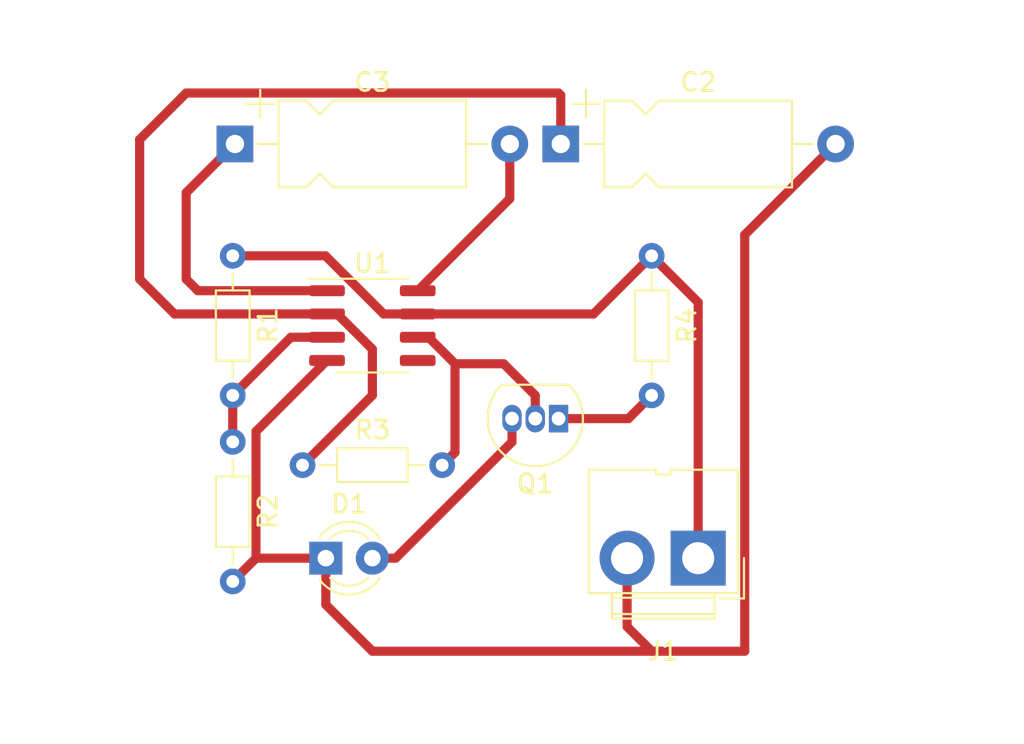
<source format=kicad_pcb>
(kicad_pcb (version 20211014) (generator pcbnew)
  (layers (0 "F.Cu" signal) (31 "B.Cu" signal) (34 "B.Paste" user) (35 "F.Paste" user) (36 "B.SilkS" user "B.Silkscreen") (37 "F.SilkS" user "F.Silkscreen") (38 "B.Mask" user) (39 "F.Mask" user) (44 "Edge.Cuts" user))
  (net 0 "")
  (net 1 "Net-(C1-Pad2)")
  (net 2 "Net-(C2-Pad2)")
  (net 3 "Net-(C3-Pad1)")
  (net 4 "Net-(C3-Pad2)")
  (net 5 "Net-(D1-Pad2)")
  (net 6 "Net-(J1-Pad1)")
  (net 7 "Net-(Q1-Pad1)")
  (net 8 "Net-(Q1-Pad2)")
  (net 9 "Net-(C1-Pad1)")
  (footprint "Capacitor_THT:CP_Axial_L10.0mm_D4.5mm_P15.00mm_Horizontal" (layer "F.Cu") (at 129.66 81.5225)
    (fp_text reference "C3" (at 7.5 -3.37) (layer "F.SilkS"))
    (fp_text value "47pF")
    (fp_line (start 1.38 -2.95) (end 1.38 -1.45) (layer "F.SilkS") (width 0.12))
    (fp_line (start 1.24 0) (end 2.38 0) (layer "F.SilkS") (width 0.12))
    (fp_line (start 2.38 2.37) (end 3.88 2.37) (layer "F.SilkS") (width 0.12))
    (fp_line (start 2.38 -2.37) (end 2.38 2.37) (layer "F.SilkS") (width 0.12))
    (fp_line (start 3.88 2.37) (end 4.63 1.62) (layer "F.SilkS") (width 0.12))
    (fp_line (start 3.88 -2.37) (end 4.63 -1.62) (layer "F.SilkS") (width 0.12))
    (fp_line (start 12.62 -2.37) (end 12.62 2.37) (layer "F.SilkS") (width 0.12))
    (fp_line (start 5.38 -2.37) (end 12.62 -2.37) (layer "F.SilkS") (width 0.12))
    (fp_line (start 5.38 2.37) (end 12.62 2.37) (layer "F.SilkS") (width 0.12))
    (fp_line (start 4.63 1.62) (end 5.38 2.37) (layer "F.SilkS") (width 0.12))
    (fp_line (start 13.76 0) (end 12.62 0) (layer "F.SilkS") (width 0.12))
    (fp_line (start 2.38 -2.37) (end 3.88 -2.37) (layer "F.SilkS") (width 0.12))
    (fp_line (start 0.63 -2.2) (end 2.13 -2.2) (layer "F.SilkS") (width 0.12))
    (fp_line (start 4.63 -1.62) (end 5.38 -2.37) (layer "F.SilkS") (width 0.12))
    (pad "1" thru_hole rect (at 0 0) (size 2 2) (drill 1) (layers *.Cu *.Mask) (net 3 "Net-(C3-Pad1)"))
    (pad "2" thru_hole oval (at 15 0) (size 2 2) (drill 1) (layers *.Cu *.Mask) (net 4 "Net-(C3-Pad2)"))
  )
  (footprint "Resistor_THT:R_Axial_DIN0204_L3.6mm_D1.6mm_P7.62mm_Horizontal" (layer "F.Cu") (at 129.54 97.79 -90)
    (fp_text reference "R2" (at 3.81 -1.92 90) (layer "F.SilkS"))
    (fp_text value "100k")
    (fp_line (start 5.73 -0.92) (end 1.89 -0.92) (layer "F.SilkS") (width 0.12))
    (fp_line (start 6.68 0) (end 5.73 0) (layer "F.SilkS") (width 0.12))
    (fp_line (start 5.73 0.92) (end 5.73 -0.92) (layer "F.SilkS") (width 0.12))
    (fp_line (start 0.94 0) (end 1.89 0) (layer "F.SilkS") (width 0.12))
    (fp_line (start 1.89 -0.92) (end 1.89 0.92) (layer "F.SilkS") (width 0.12))
    (fp_line (start 1.89 0.92) (end 5.73 0.92) (layer "F.SilkS") (width 0.12))
    (pad "1" thru_hole circle (at 0 0 270) (size 1.4 1.4) (drill 0.7) (layers *.Cu *.Mask) (net 9 "Net-(C1-Pad1)"))
    (pad "2" thru_hole oval (at 7.62 0 270) (size 1.4 1.4) (drill 0.7) (layers *.Cu *.Mask) (net 2 "Net-(C2-Pad2)"))
  )
  (footprint "Resistor_THT:R_Axial_DIN0204_L3.6mm_D1.6mm_P7.62mm_Horizontal" (layer "F.Cu") (at 129.54 87.63 -90)
    (fp_text reference "R1" (at 3.81 -1.92 90) (layer "F.SilkS"))
    (fp_text value "2.2M")
    (fp_line (start 0.94 0) (end 1.89 0) (layer "F.SilkS") (width 0.12))
    (fp_line (start 1.89 0.92) (end 5.73 0.92) (layer "F.SilkS") (width 0.12))
    (fp_line (start 5.73 -0.92) (end 1.89 -0.92) (layer "F.SilkS") (width 0.12))
    (fp_line (start 6.68 0) (end 5.73 0) (layer "F.SilkS") (width 0.12))
    (fp_line (start 1.89 -0.92) (end 1.89 0.92) (layer "F.SilkS") (width 0.12))
    (fp_line (start 5.73 0.92) (end 5.73 -0.92) (layer "F.SilkS") (width 0.12))
    (pad "1" thru_hole circle (at 0 0 270) (size 1.4 1.4) (drill 0.7) (layers *.Cu *.Mask) (net 6 "Net-(J1-Pad1)"))
    (pad "2" thru_hole oval (at 7.62 0 270) (size 1.4 1.4) (drill 0.7) (layers *.Cu *.Mask) (net 9 "Net-(C1-Pad1)"))
  )
  (footprint "Resistor_THT:R_Axial_DIN0204_L3.6mm_D1.6mm_P7.62mm_Horizontal" (layer "F.Cu") (at 152.4 87.63 -90)
    (fp_text reference "R4" (at 3.81 -1.92 90) (layer "F.SilkS"))
    (fp_text value "1k")
    (fp_line (start 0.94 0) (end 1.89 0) (layer "F.SilkS") (width 0.12))
    (fp_line (start 5.73 0.92) (end 5.73 -0.92) (layer "F.SilkS") (width 0.12))
    (fp_line (start 1.89 0.92) (end 5.73 0.92) (layer "F.SilkS") (width 0.12))
    (fp_line (start 5.73 -0.92) (end 1.89 -0.92) (layer "F.SilkS") (width 0.12))
    (fp_line (start 6.68 0) (end 5.73 0) (layer "F.SilkS") (width 0.12))
    (fp_line (start 1.89 -0.92) (end 1.89 0.92) (layer "F.SilkS") (width 0.12))
    (pad "1" thru_hole circle (at 0 0 270) (size 1.4 1.4) (drill 0.7) (layers *.Cu *.Mask) (net 6 "Net-(J1-Pad1)"))
    (pad "2" thru_hole oval (at 7.62 0 270) (size 1.4 1.4) (drill 0.7) (layers *.Cu *.Mask) (net 7 "Net-(Q1-Pad1)"))
  )
  (footprint "Package_SO:SOIC-8_3.9x4.9mm_P1.27mm" (layer "F.Cu") (at 137.16 91.44)
    (fp_text reference "U1" (at 0 -3.4) (layer "F.SilkS"))
    (fp_text value "CA3130")
    (fp_line (start 0 -2.56) (end -3.45 -2.56) (layer "F.SilkS") (width 0.12))
    (fp_line (start 0 2.56) (end 1.95 2.56) (layer "F.SilkS") (width 0.12))
    (fp_line (start 0 2.56) (end -1.95 2.56) (layer "F.SilkS") (width 0.12))
    (fp_line (start 0 -2.56) (end 1.95 -2.56) (layer "F.SilkS") (width 0.12))
    (pad "1" smd roundrect (at -2.475 -1.905) (size 1.95 0.6) (layers "F.Cu" "F.Paste" "F.Mask") (net 3 "Net-(C3-Pad1)"))
    (pad "2" smd roundrect (at -2.475 -0.635) (size 1.95 0.6) (layers "F.Cu" "F.Paste" "F.Mask") (net 1 "Net-(C1-Pad2)"))
    (pad "3" smd roundrect (at -2.475 0.635) (size 1.95 0.6) (layers "F.Cu" "F.Paste" "F.Mask") (net 9 "Net-(C1-Pad1)"))
    (pad "4" smd roundrect (at -2.475 1.905) (size 1.95 0.6) (layers "F.Cu" "F.Paste" "F.Mask") (net 2 "Net-(C2-Pad2)"))
    (pad "5" smd roundrect (at 2.475 1.905) (size 1.95 0.6) (layers "F.Cu" "F.Paste" "F.Mask"))
    (pad "6" smd roundrect (at 2.475 0.635) (size 1.95 0.6) (layers "F.Cu" "F.Paste" "F.Mask") (net 8 "Net-(Q1-Pad2)"))
    (pad "7" smd roundrect (at 2.475 -0.635) (size 1.95 0.6) (layers "F.Cu" "F.Paste" "F.Mask") (net 6 "Net-(J1-Pad1)"))
    (pad "8" smd roundrect (at 2.475 -1.905) (size 1.95 0.6) (layers "F.Cu" "F.Paste" "F.Mask") (net 4 "Net-(C3-Pad2)"))
  )
  (footprint "Package_TO_SOT_THT:TO-92_Inline" (layer "F.Cu") (at 147.32 96.52 180)
    (fp_text reference "Q1" (at 1.27 -3.56) (layer "F.SilkS"))
    (fp_text value "BC548")
    (fp_line (start -0.53 1.85) (end 3.07 1.85) (layer "F.SilkS") (width 0.12))
    (fp_arc (start 1.27 -2.6) (mid 3.672087 -0.994977) (end 3.108478 1.838478) (layer "F.SilkS") (width 0.12))
    (fp_arc (start -0.568478 1.838478) (mid -1.132087 -0.994977) (end 1.27 -2.6) (layer "F.SilkS") (width 0.12))
    (pad "1" thru_hole rect (at 0 0 180) (size 1.05 1.5) (drill 0.75) (layers *.Cu *.Mask) (net 7 "Net-(Q1-Pad1)"))
    (pad "2" thru_hole oval (at 1.27 0 180) (size 1.05 1.5) (drill 0.75) (layers *.Cu *.Mask) (net 8 "Net-(Q1-Pad2)"))
    (pad "3" thru_hole oval (at 2.54 0 180) (size 1.05 1.5) (drill 0.75) (layers *.Cu *.Mask) (net 5 "Net-(D1-Pad2)"))
  )
  (footprint "Connector:JWT_A3963_1x02_P3.96mm_Vertical" (layer "F.Cu") (at 154.94 104.14 180)
    (fp_text reference "J1" (at 1.91 -5.08) (layer "F.SilkS"))
    (fp_text value "Conn_01x02")
    (fp_line (start 1.52 4.83) (end 1.52 4.57) (layer "F.SilkS") (width 0.12))
    (fp_line (start -0.89 -3.05) (end 4.7 -3.05) (layer "F.SilkS") (width 0.12))
    (fp_line (start -0.89 -1.91) (end -0.89 -3.3) (layer "F.SilkS") (width 0.12))
    (fp_line (start -1.2 -2.2) (end -2.5 -2.2) (layer "F.SilkS") (width 0.12))
    (fp_line (start 5.97 -1.91) (end 5.97 0) (layer "F.SilkS") (width 0.12))
    (fp_line (start 2.29 4.83) (end 5.97 4.83) (layer "F.SilkS") (width 0.12))
    (fp_line (start -2.16 0) (end -2.16 4.83) (layer "F.SilkS") (width 0.12))
    (fp_line (start -0.89 -3.3) (end 4.7 -3.3) (layer "F.SilkS") (width 0.12))
    (fp_line (start -2.16 -1.91) (end -2.16 0) (layer "F.SilkS") (width 0.12))
    (fp_line (start -2.5 -2.2) (end -2.5 0) (layer "F.SilkS") (width 0.12))
    (fp_line (start 1.52 4.57) (end 2.29 4.57) (layer "F.SilkS") (width 0.12))
    (fp_line (start 5.97 4.83) (end 5.97 0) (layer "F.SilkS") (width 0.12))
    (fp_line (start 2.29 4.57) (end 2.29 4.83) (layer "F.SilkS") (width 0.12))
    (fp_line (start -2.16 -1.91) (end 5.97 -1.91) (layer "F.SilkS") (width 0.12))
    (fp_line (start 1.52 4.83) (end -2.16 4.83) (layer "F.SilkS") (width 0.12))
    (fp_line (start -0.89 -2.16) (end 4.7 -2.16) (layer "F.SilkS") (width 0.12))
    (fp_line (start 4.7 -1.91) (end 4.7 -3.3) (layer "F.SilkS") (width 0.12))
    (pad "1" thru_hole rect (at 0 0 180) (size 3 3) (drill 1.75) (layers *.Cu *.Mask) (net 6 "Net-(J1-Pad1)"))
    (pad "2" thru_hole circle (at 3.88 0 180) (size 3 3) (drill 1.75) (layers *.Cu *.Mask) (net 2 "Net-(C2-Pad2)"))
  )
  (footprint "LED_THT:LED_D3.0mm" (layer "F.Cu") (at 134.62 104.14)
    (fp_text reference "D1" (at 1.27 -2.96) (layer "F.SilkS"))
    (fp_text value "LED")
    (fp_line (start -0.29 -1.236) (end -0.29 -1.08) (layer "F.SilkS") (width 0.12))
    (fp_line (start -0.29 1.08) (end -0.29 1.236) (layer "F.SilkS") (width 0.12))
    (fp_arc (start 2.31113 1.079837) (mid 1.270117 1.5) (end 0.229039 1.08) (layer "F.SilkS") (width 0.12))
    (fp_arc (start 2.942335 1.078608) (mid 1.366487 1.987659) (end -0.29 1.235516) (layer "F.SilkS") (width 0.12))
    (fp_arc (start 0.229039 -1.08) (mid 1.270117 -1.5) (end 2.31113 -1.079837) (layer "F.SilkS") (width 0.12))
    (fp_arc (start -0.29 -1.235516) (mid 1.366487 -1.987659) (end 2.942335 -1.078608) (layer "F.SilkS") (width 0.12))
    (pad "1" thru_hole rect (at 0 0) (size 1.8 1.8) (drill 0.9) (layers *.Cu *.Mask) (net 2 "Net-(C2-Pad2)"))
    (pad "2" thru_hole circle (at 2.54 0) (size 1.8 1.8) (drill 0.9) (layers *.Cu *.Mask) (net 5 "Net-(D1-Pad2)"))
  )
  (footprint "Resistor_THT:R_Axial_DIN0204_L3.6mm_D1.6mm_P7.62mm_Horizontal" (layer "F.Cu") (at 133.35 99.06)
    (fp_text reference "R3" (at 3.81 -1.92) (layer "F.SilkS"))
    (fp_text value "2.2M")
    (fp_line (start 0.94 0) (end 1.89 0) (layer "F.SilkS") (width 0.12))
    (fp_line (start 5.73 0.92) (end 5.73 -0.92) (layer "F.SilkS") (width 0.12))
    (fp_line (start 5.73 -0.92) (end 1.89 -0.92) (layer "F.SilkS") (width 0.12))
    (fp_line (start 6.68 0) (end 5.73 0) (layer "F.SilkS") (width 0.12))
    (fp_line (start 1.89 0.92) (end 5.73 0.92) (layer "F.SilkS") (width 0.12))
    (fp_line (start 1.89 -0.92) (end 1.89 0.92) (layer "F.SilkS") (width 0.12))
    (pad "1" thru_hole circle (at 0 0) (size 1.4 1.4) (drill 0.7) (layers *.Cu *.Mask) (net 1 "Net-(C1-Pad2)"))
    (pad "2" thru_hole oval (at 7.62 0) (size 1.4 1.4) (drill 0.7) (layers *.Cu *.Mask) (net 8 "Net-(Q1-Pad2)"))
  )
  (footprint "Capacitor_THT:CP_Axial_L10.0mm_D4.5mm_P15.00mm_Horizontal" (layer "F.Cu") (at 147.44 81.5225)
    (fp_text reference "C2" (at 7.5 -3.37) (layer "F.SilkS"))
    (fp_text value "100uF")
    (fp_line (start 1.24 0) (end 2.38 0) (layer "F.SilkS") (width 0.12))
    (fp_line (start 0.63 -2.2) (end 2.13 -2.2) (layer "F.SilkS") (width 0.12))
    (fp_line (start 3.88 2.37) (end 4.63 1.62) (layer "F.SilkS") (width 0.12))
    (fp_line (start 2.38 -2.37) (end 2.38 2.37) (layer "F.SilkS") (width 0.12))
    (fp_line (start 4.63 -1.62) (end 5.38 -2.37) (layer "F.SilkS") (width 0.12))
    (fp_line (start 4.63 1.62) (end 5.38 2.37) (layer "F.SilkS") (width 0.12))
    (fp_line (start 13.76 0) (end 12.62 0) (layer "F.SilkS") (width 0.12))
    (fp_line (start 3.88 -2.37) (end 4.63 -1.62) (layer "F.SilkS") (width 0.12))
    (fp_line (start 2.38 -2.37) (end 3.88 -2.37) (layer "F.SilkS") (width 0.12))
    (fp_line (start 1.38 -2.95) (end 1.38 -1.45) (layer "F.SilkS") (width 0.12))
    (fp_line (start 12.62 -2.37) (end 12.62 2.37) (layer "F.SilkS") (width 0.12))
    (fp_line (start 2.38 2.37) (end 3.88 2.37) (layer "F.SilkS") (width 0.12))
    (fp_line (start 5.38 2.37) (end 12.62 2.37) (layer "F.SilkS") (width 0.12))
    (fp_line (start 5.38 -2.37) (end 12.62 -2.37) (layer "F.SilkS") (width 0.12))
    (pad "1" thru_hole rect (at 0 0) (size 2 2) (drill 1) (layers *.Cu *.Mask) (net 1 "Net-(C1-Pad2)"))
    (pad "2" thru_hole oval (at 15 0) (size 2 2) (drill 1) (layers *.Cu *.Mask) (net 2 "Net-(C2-Pad2)"))
  )
  (segment (start 137.16 92.727151) (end 137.16 95.25) (width 0.5) (layer "F.Cu") (net 1))
  (segment (start 134.685 90.805) (end 126.365 90.805) (width 0.5) (layer "F.Cu") (net 1))
  (segment (start 147.44 78.86) (end 147.44 81.5225) (width 0.5) (layer "F.Cu") (net 1))
  (segment (start 137.16 95.25) (end 133.35 99.06) (width 0.5) (layer "F.Cu") (net 1))
  (segment (start 126.365 90.805) (end 124.46 88.9) (width 0.5) (layer "F.Cu") (net 1))
  (segment (start 147.32 78.74) (end 147.44 78.86) (width 0.5) (layer "F.Cu") (net 1))
  (segment (start 124.46 81.28) (end 127 78.74) (width 0.5) (layer "F.Cu") (net 1))
  (segment (start 134.685 90.805) (end 135.237849 90.805) (width 0.5) (layer "F.Cu") (net 1))
  (segment (start 124.46 88.9) (end 124.46 81.28) (width 0.5) (layer "F.Cu") (net 1))
  (segment (start 135.237849 90.805) (end 137.16 92.727151) (width 0.5) (layer "F.Cu") (net 1))
  (segment (start 127 78.74) (end 147.32 78.74) (width 0.5) (layer "F.Cu") (net 1))
  (segment (start 157.48 86.4825) (end 162.44 81.5225) (width 0.5) (layer "F.Cu") (net 2))
  (segment (start 152.4 109.22) (end 157.48 109.22) (width 0.5) (layer "F.Cu") (net 2))
  (segment (start 151.06 107.88) (end 152.4 109.22) (width 0.5) (layer "F.Cu") (net 2))
  (segment (start 151.06 104.14) (end 151.06 107.88) (width 0.5) (layer "F.Cu") (net 2))
  (segment (start 152.4 109.22) (end 137.16 109.22) (width 0.5) (layer "F.Cu") (net 2))
  (segment (start 134.62 104.14) (end 130.81 104.14) (width 0.5) (layer "F.Cu") (net 2))
  (segment (start 137.16 109.22) (end 134.62 106.68) (width 0.5) (layer "F.Cu") (net 2))
  (segment (start 157.48 109.22) (end 157.48 86.4825) (width 0.5) (layer "F.Cu") (net 2))
  (segment (start 130.81 97.22) (end 134.685 93.345) (width 0.5) (layer "F.Cu") (net 2))
  (segment (start 134.62 106.68) (end 134.62 104.14) (width 0.5) (layer "F.Cu") (net 2))
  (segment (start 130.81 104.14) (end 129.54 105.41) (width 0.5) (layer "F.Cu") (net 2))
  (segment (start 130.81 104.14) (end 130.81 97.22) (width 0.5) (layer "F.Cu") (net 2))
  (segment (start 127.635 89.535) (end 134.685 89.535) (width 0.5) (layer "F.Cu") (net 3))
  (segment (start 129.66 81.5225) (end 127 84.1825) (width 0.5) (layer "F.Cu") (net 3))
  (segment (start 127 88.9) (end 127.635 89.535) (width 0.5) (layer "F.Cu") (net 3))
  (segment (start 127 84.1825) (end 127 88.9) (width 0.5) (layer "F.Cu") (net 3))
  (segment (start 144.66 84.51) (end 144.66 81.5225) (width 0.5) (layer "F.Cu") (net 4))
  (segment (start 139.635 89.535) (end 144.66 84.51) (width 0.5) (layer "F.Cu") (net 4))
  (segment (start 138.432792 104.14) (end 144.78 97.792792) (width 0.5) (layer "F.Cu") (net 5))
  (segment (start 144.78 97.792792) (end 144.78 96.52) (width 0.5) (layer "F.Cu") (net 5))
  (segment (start 137.16 104.14) (end 138.432792 104.14) (width 0.5) (layer "F.Cu") (net 5))
  (segment (start 139.635 90.805) (end 149.225 90.805) (width 0.5) (layer "F.Cu") (net 6))
  (segment (start 137.777849 90.805) (end 139.635 90.805) (width 0.5) (layer "F.Cu") (net 6))
  (segment (start 129.54 87.63) (end 134.602849 87.63) (width 0.5) (layer "F.Cu") (net 6))
  (segment (start 134.602849 87.63) (end 137.777849 90.805) (width 0.5) (layer "F.Cu") (net 6))
  (segment (start 149.225 90.805) (end 152.4 87.63) (width 0.5) (layer "F.Cu") (net 6))
  (segment (start 154.94 90.17) (end 154.94 104.14) (width 0.5) (layer "F.Cu") (net 6))
  (segment (start 152.4 87.63) (end 154.94 90.17) (width 0.5) (layer "F.Cu") (net 6))
  (segment (start 151.13 96.52) (end 152.4 95.25) (width 0.5) (layer "F.Cu") (net 7))
  (segment (start 147.32 96.52) (end 151.13 96.52) (width 0.5) (layer "F.Cu") (net 7))
  (segment (start 141.67 93.52452) (end 140.22048 92.075) (width 0.5) (layer "F.Cu") (net 8))
  (segment (start 140.97 99.06) (end 141.67 98.36) (width 0.5) (layer "F.Cu") (net 8))
  (segment (start 144.32452 93.52452) (end 146.05 95.25) (width 0.5) (layer "F.Cu") (net 8))
  (segment (start 140.22048 92.075) (end 139.635 92.075) (width 0.5) (layer "F.Cu") (net 8))
  (segment (start 141.67 93.52452) (end 144.32452 93.52452) (width 0.5) (layer "F.Cu") (net 8))
  (segment (start 146.05 95.25) (end 146.05 96.52) (width 0.5) (layer "F.Cu") (net 8))
  (segment (start 141.67 98.36) (end 141.67 93.52452) (width 0.5) (layer "F.Cu") (net 8))
  (segment (start 129.54 97.79) (end 129.54 95.25) (width 0.5) (layer "F.Cu") (net 9))
  (segment (start 132.715 92.075) (end 134.685 92.075) (width 0.5) (layer "F.Cu") (net 9))
  (segment (start 129.54 95.25) (end 132.715 92.075) (width 0.5) (layer "F.Cu") (net 9))
)
</source>
